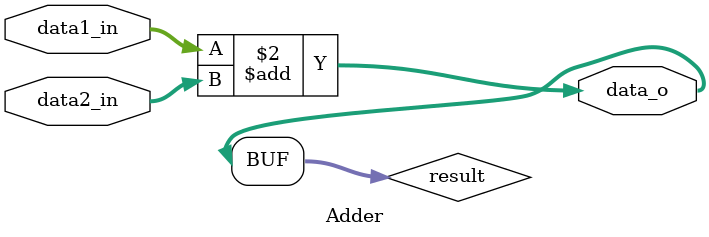
<source format=v>
module Adder
(
    data1_in,
    data2_in,
    data_o
);

input   [31:0]  data1_in;
input   [31:0]  data2_in;
output  [31:0]  data_o;

reg     [31:0]  result;

assign data_o = result;

always@(*) begin
    result = data1_in + data2_in;
end

endmodule

</source>
